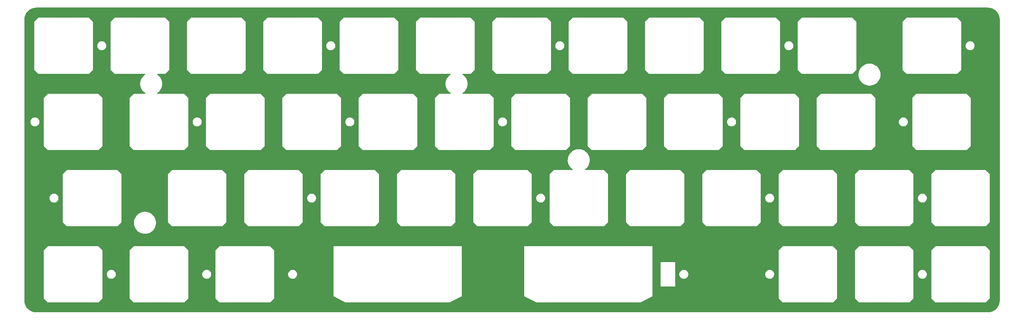
<source format=gbr>
%TF.GenerationSoftware,KiCad,Pcbnew,8.0.5*%
%TF.CreationDate,2024-11-10T15:14:37+01:00*%
%TF.ProjectId,plate tray split,706c6174-6520-4747-9261-792073706c69,rev?*%
%TF.SameCoordinates,Original*%
%TF.FileFunction,Copper,L1,Top*%
%TF.FilePolarity,Positive*%
%FSLAX46Y46*%
G04 Gerber Fmt 4.6, Leading zero omitted, Abs format (unit mm)*
G04 Created by KiCad (PCBNEW 8.0.5) date 2024-11-10 15:14:37*
%MOMM*%
%LPD*%
G01*
G04 APERTURE LIST*
G04 APERTURE END LIST*
%TA.AperFunction,Conductor*%
%TO.N,GND*%
G36*
X263156897Y-21431762D02*
G01*
X263318309Y-21434031D01*
X263330434Y-21434798D01*
X263652045Y-21471039D01*
X263665728Y-21473363D01*
X263980427Y-21545195D01*
X263993762Y-21549037D01*
X264298426Y-21655646D01*
X264311249Y-21660958D01*
X264602059Y-21801007D01*
X264614228Y-21807733D01*
X264792780Y-21919924D01*
X264887490Y-21979435D01*
X264887518Y-21979452D01*
X264898859Y-21987499D01*
X265151203Y-22188738D01*
X265161571Y-22198004D01*
X265389791Y-22426224D01*
X265399057Y-22436592D01*
X265600297Y-22688937D01*
X265608343Y-22700277D01*
X265780062Y-22973563D01*
X265786789Y-22985733D01*
X265926834Y-23276533D01*
X265932155Y-23289380D01*
X266038756Y-23594020D01*
X266042606Y-23607382D01*
X266114432Y-23922053D01*
X266116761Y-23935762D01*
X266153000Y-24257350D01*
X266153768Y-24269495D01*
X266156033Y-24430895D01*
X266156045Y-24432635D01*
X266156045Y-94630772D01*
X266156033Y-94632507D01*
X266153774Y-94793901D01*
X266153006Y-94806051D01*
X266116767Y-95127639D01*
X266114438Y-95141348D01*
X266042612Y-95456020D01*
X266038762Y-95469382D01*
X265932159Y-95774025D01*
X265926838Y-95786872D01*
X265786794Y-96077670D01*
X265780067Y-96089840D01*
X265608349Y-96363124D01*
X265600303Y-96374464D01*
X265399062Y-96626811D01*
X265389796Y-96637179D01*
X265161575Y-96865400D01*
X265151207Y-96874666D01*
X264898862Y-97075905D01*
X264887521Y-97083952D01*
X264614231Y-97255672D01*
X264602061Y-97262398D01*
X264311265Y-97402440D01*
X264298419Y-97407761D01*
X263993776Y-97514364D01*
X263980414Y-97518214D01*
X263665742Y-97590039D01*
X263652033Y-97592368D01*
X263330444Y-97628606D01*
X263318299Y-97629374D01*
X263156899Y-97631639D01*
X263155159Y-97631651D01*
X25769635Y-97631651D01*
X25767896Y-97631639D01*
X25762082Y-97631557D01*
X25606491Y-97629373D01*
X25594348Y-97628605D01*
X25272758Y-97592370D01*
X25259050Y-97590041D01*
X24944384Y-97518221D01*
X24931021Y-97514372D01*
X24626364Y-97407768D01*
X24613517Y-97402446D01*
X24322725Y-97262408D01*
X24310555Y-97255682D01*
X24037265Y-97083963D01*
X24025924Y-97075916D01*
X23773578Y-96874676D01*
X23763210Y-96865410D01*
X23534989Y-96637189D01*
X23525723Y-96626821D01*
X23324483Y-96374475D01*
X23316436Y-96363134D01*
X23144717Y-96089844D01*
X23137991Y-96077674D01*
X22997953Y-95786882D01*
X22992631Y-95774035D01*
X22886028Y-95469382D01*
X22886025Y-95469374D01*
X22882178Y-95456015D01*
X22810358Y-95141349D01*
X22808029Y-95127641D01*
X22805619Y-95106249D01*
X22771793Y-94806040D01*
X22771026Y-94793919D01*
X22768764Y-94632505D01*
X22768752Y-94630767D01*
X22768752Y-82106249D01*
X27625000Y-82106249D01*
X27625000Y-82106250D01*
X27625000Y-94106250D01*
X28625000Y-95106250D01*
X41225000Y-95106250D01*
X42225000Y-94106250D01*
X42225000Y-88106250D01*
X43324915Y-88106250D01*
X43345247Y-88319174D01*
X43405507Y-88524402D01*
X43455716Y-88621794D01*
X43503520Y-88714521D01*
X43635735Y-88882645D01*
X43635743Y-88882653D01*
X43797387Y-89022717D01*
X43982619Y-89129661D01*
X43982620Y-89129661D01*
X43982623Y-89129663D01*
X44184751Y-89199621D01*
X44396466Y-89230061D01*
X44610116Y-89219883D01*
X44817979Y-89169456D01*
X45012543Y-89080602D01*
X45186774Y-88956533D01*
X45334377Y-88801731D01*
X45450015Y-88621794D01*
X45529511Y-88423223D01*
X45569991Y-88213196D01*
X45572532Y-88106250D01*
X45569991Y-87999304D01*
X45529511Y-87789277D01*
X45450015Y-87590706D01*
X45334377Y-87410769D01*
X45186774Y-87255967D01*
X45012543Y-87131898D01*
X45012541Y-87131897D01*
X45012542Y-87131897D01*
X44905116Y-87082838D01*
X44817979Y-87043044D01*
X44610116Y-86992617D01*
X44396466Y-86982439D01*
X44396465Y-86982439D01*
X44396464Y-86982439D01*
X44396463Y-86982439D01*
X44184749Y-87012879D01*
X43982619Y-87082838D01*
X43797388Y-87189782D01*
X43797387Y-87189782D01*
X43635743Y-87329846D01*
X43635735Y-87329854D01*
X43503520Y-87497978D01*
X43455716Y-87590706D01*
X43405507Y-87688098D01*
X43345247Y-87893326D01*
X43324915Y-88106250D01*
X42225000Y-88106250D01*
X42225000Y-82106250D01*
X42224999Y-82106249D01*
X49056250Y-82106249D01*
X49056250Y-82106250D01*
X49056250Y-94106250D01*
X50056250Y-95106250D01*
X62656250Y-95106250D01*
X63656250Y-94106250D01*
X63656250Y-88106250D01*
X67137415Y-88106250D01*
X67157747Y-88319174D01*
X67218007Y-88524402D01*
X67268216Y-88621794D01*
X67316020Y-88714521D01*
X67448235Y-88882645D01*
X67448243Y-88882653D01*
X67609887Y-89022717D01*
X67795119Y-89129661D01*
X67795120Y-89129661D01*
X67795123Y-89129663D01*
X67997251Y-89199621D01*
X68208966Y-89230061D01*
X68422616Y-89219883D01*
X68630479Y-89169456D01*
X68825043Y-89080602D01*
X68999274Y-88956533D01*
X69146877Y-88801731D01*
X69262515Y-88621794D01*
X69342011Y-88423223D01*
X69382491Y-88213196D01*
X69385032Y-88106250D01*
X69382491Y-87999304D01*
X69342011Y-87789277D01*
X69262515Y-87590706D01*
X69146877Y-87410769D01*
X68999274Y-87255967D01*
X68825043Y-87131898D01*
X68825041Y-87131897D01*
X68825042Y-87131897D01*
X68717616Y-87082838D01*
X68630479Y-87043044D01*
X68422616Y-86992617D01*
X68208966Y-86982439D01*
X68208965Y-86982439D01*
X68208964Y-86982439D01*
X68208963Y-86982439D01*
X67997249Y-87012879D01*
X67795119Y-87082838D01*
X67609888Y-87189782D01*
X67609887Y-87189782D01*
X67448243Y-87329846D01*
X67448235Y-87329854D01*
X67316020Y-87497978D01*
X67268216Y-87590706D01*
X67218007Y-87688098D01*
X67157747Y-87893326D01*
X67137415Y-88106250D01*
X63656250Y-88106250D01*
X63656250Y-82106250D01*
X63656249Y-82106249D01*
X70487500Y-82106249D01*
X70487500Y-82106250D01*
X70487500Y-94106250D01*
X71487500Y-95106250D01*
X84087500Y-95106250D01*
X85087500Y-94106250D01*
X85087500Y-88106250D01*
X88568665Y-88106250D01*
X88588997Y-88319174D01*
X88649257Y-88524402D01*
X88699466Y-88621794D01*
X88747270Y-88714521D01*
X88879485Y-88882645D01*
X88879493Y-88882653D01*
X89041137Y-89022717D01*
X89226369Y-89129661D01*
X89226370Y-89129661D01*
X89226373Y-89129663D01*
X89428501Y-89199621D01*
X89640216Y-89230061D01*
X89853866Y-89219883D01*
X90061729Y-89169456D01*
X90256293Y-89080602D01*
X90430524Y-88956533D01*
X90578127Y-88801731D01*
X90693765Y-88621794D01*
X90773261Y-88423223D01*
X90813741Y-88213196D01*
X90816282Y-88106250D01*
X99887500Y-88106250D01*
X99887500Y-93606250D01*
X99887501Y-93606251D01*
X102887499Y-95106250D01*
X128887500Y-95106250D01*
X128887501Y-95106250D01*
X131887498Y-93606251D01*
X131887500Y-93606250D01*
X131887500Y-88106250D01*
X147512500Y-88106250D01*
X147512500Y-93606250D01*
X147512501Y-93606251D01*
X150512499Y-95106250D01*
X176512500Y-95106250D01*
X176512501Y-95106250D01*
X179512498Y-93606251D01*
X179512500Y-93606250D01*
X179512500Y-91151781D01*
X181559133Y-91151781D01*
X185202687Y-91151781D01*
X185202687Y-88106250D01*
X186199915Y-88106250D01*
X186220247Y-88319174D01*
X186280507Y-88524402D01*
X186330716Y-88621794D01*
X186378520Y-88714521D01*
X186510735Y-88882645D01*
X186510743Y-88882653D01*
X186672387Y-89022717D01*
X186857619Y-89129661D01*
X186857620Y-89129661D01*
X186857623Y-89129663D01*
X187059751Y-89199621D01*
X187271466Y-89230061D01*
X187485116Y-89219883D01*
X187692979Y-89169456D01*
X187887543Y-89080602D01*
X188061774Y-88956533D01*
X188209377Y-88801731D01*
X188325015Y-88621794D01*
X188404511Y-88423223D01*
X188444991Y-88213196D01*
X188447532Y-88106250D01*
X207631165Y-88106250D01*
X207651497Y-88319174D01*
X207711757Y-88524402D01*
X207761966Y-88621794D01*
X207809770Y-88714521D01*
X207941985Y-88882645D01*
X207941993Y-88882653D01*
X208103637Y-89022717D01*
X208288869Y-89129661D01*
X208288870Y-89129661D01*
X208288873Y-89129663D01*
X208491001Y-89199621D01*
X208702716Y-89230061D01*
X208916366Y-89219883D01*
X209124229Y-89169456D01*
X209318793Y-89080602D01*
X209493024Y-88956533D01*
X209640627Y-88801731D01*
X209756265Y-88621794D01*
X209835761Y-88423223D01*
X209876241Y-88213196D01*
X209878782Y-88106250D01*
X209876241Y-87999304D01*
X209835761Y-87789277D01*
X209756265Y-87590706D01*
X209640627Y-87410769D01*
X209493024Y-87255967D01*
X209318793Y-87131898D01*
X209318791Y-87131897D01*
X209318792Y-87131897D01*
X209211366Y-87082838D01*
X209124229Y-87043044D01*
X208916366Y-86992617D01*
X208702716Y-86982439D01*
X208702715Y-86982439D01*
X208702714Y-86982439D01*
X208702713Y-86982439D01*
X208490999Y-87012879D01*
X208288869Y-87082838D01*
X208103638Y-87189782D01*
X208103637Y-87189782D01*
X207941993Y-87329846D01*
X207941985Y-87329854D01*
X207809770Y-87497978D01*
X207761966Y-87590706D01*
X207711757Y-87688098D01*
X207651497Y-87893326D01*
X207631165Y-88106250D01*
X188447532Y-88106250D01*
X188444991Y-87999304D01*
X188404511Y-87789277D01*
X188325015Y-87590706D01*
X188209377Y-87410769D01*
X188061774Y-87255967D01*
X187887543Y-87131898D01*
X187887541Y-87131897D01*
X187887542Y-87131897D01*
X187780116Y-87082838D01*
X187692979Y-87043044D01*
X187485116Y-86992617D01*
X187271466Y-86982439D01*
X187271465Y-86982439D01*
X187271464Y-86982439D01*
X187271463Y-86982439D01*
X187059749Y-87012879D01*
X186857619Y-87082838D01*
X186672388Y-87189782D01*
X186672387Y-87189782D01*
X186510743Y-87329846D01*
X186510735Y-87329854D01*
X186378520Y-87497978D01*
X186330716Y-87590706D01*
X186280507Y-87688098D01*
X186220247Y-87893326D01*
X186199915Y-88106250D01*
X185202687Y-88106250D01*
X185202687Y-85023727D01*
X181559133Y-85023727D01*
X181559133Y-91151781D01*
X179512500Y-91151781D01*
X179512500Y-88106250D01*
X179512500Y-82106249D01*
X210981250Y-82106249D01*
X210981250Y-82106250D01*
X210981250Y-94106250D01*
X211981250Y-95106250D01*
X224581250Y-95106250D01*
X225581250Y-94106250D01*
X225581250Y-82106250D01*
X225581249Y-82106249D01*
X230031250Y-82106249D01*
X230031250Y-82106250D01*
X230031250Y-94106250D01*
X231031250Y-95106250D01*
X243631250Y-95106250D01*
X244631250Y-94106250D01*
X244631250Y-88106250D01*
X245731165Y-88106250D01*
X245751497Y-88319174D01*
X245811757Y-88524402D01*
X245861966Y-88621794D01*
X245909770Y-88714521D01*
X246041985Y-88882645D01*
X246041993Y-88882653D01*
X246203637Y-89022717D01*
X246388869Y-89129661D01*
X246388870Y-89129661D01*
X246388873Y-89129663D01*
X246591001Y-89199621D01*
X246802716Y-89230061D01*
X247016366Y-89219883D01*
X247224229Y-89169456D01*
X247418793Y-89080602D01*
X247593024Y-88956533D01*
X247740627Y-88801731D01*
X247856265Y-88621794D01*
X247935761Y-88423223D01*
X247976241Y-88213196D01*
X247978782Y-88106250D01*
X247976241Y-87999304D01*
X247935761Y-87789277D01*
X247856265Y-87590706D01*
X247740627Y-87410769D01*
X247593024Y-87255967D01*
X247418793Y-87131898D01*
X247418791Y-87131897D01*
X247418792Y-87131897D01*
X247311366Y-87082838D01*
X247224229Y-87043044D01*
X247016366Y-86992617D01*
X246802716Y-86982439D01*
X246802715Y-86982439D01*
X246802714Y-86982439D01*
X246802713Y-86982439D01*
X246590999Y-87012879D01*
X246388869Y-87082838D01*
X246203638Y-87189782D01*
X246203637Y-87189782D01*
X246041993Y-87329846D01*
X246041985Y-87329854D01*
X245909770Y-87497978D01*
X245861966Y-87590706D01*
X245811757Y-87688098D01*
X245751497Y-87893326D01*
X245731165Y-88106250D01*
X244631250Y-88106250D01*
X244631250Y-82106250D01*
X244631249Y-82106249D01*
X249081250Y-82106249D01*
X249081250Y-82106250D01*
X249081250Y-94106250D01*
X250081250Y-95106250D01*
X262681250Y-95106250D01*
X263681250Y-94106250D01*
X263681250Y-82106250D01*
X262681250Y-81106250D01*
X250081249Y-81106250D01*
X249081250Y-82106249D01*
X244631249Y-82106249D01*
X243631250Y-81106250D01*
X231031249Y-81106250D01*
X230031250Y-82106249D01*
X225581249Y-82106249D01*
X224581250Y-81106250D01*
X211981249Y-81106250D01*
X210981250Y-82106249D01*
X179512500Y-82106249D01*
X179512500Y-81106250D01*
X147512500Y-81106250D01*
X147512500Y-88106250D01*
X131887500Y-88106250D01*
X131887500Y-81106250D01*
X99887500Y-81106250D01*
X99887500Y-88106250D01*
X90816282Y-88106250D01*
X90813741Y-87999304D01*
X90773261Y-87789277D01*
X90693765Y-87590706D01*
X90578127Y-87410769D01*
X90430524Y-87255967D01*
X90256293Y-87131898D01*
X90256291Y-87131897D01*
X90256292Y-87131897D01*
X90148866Y-87082838D01*
X90061729Y-87043044D01*
X89853866Y-86992617D01*
X89640216Y-86982439D01*
X89640215Y-86982439D01*
X89640214Y-86982439D01*
X89640213Y-86982439D01*
X89428499Y-87012879D01*
X89226369Y-87082838D01*
X89041138Y-87189782D01*
X89041137Y-87189782D01*
X88879493Y-87329846D01*
X88879485Y-87329854D01*
X88747270Y-87497978D01*
X88699466Y-87590706D01*
X88649257Y-87688098D01*
X88588997Y-87893326D01*
X88568665Y-88106250D01*
X85087500Y-88106250D01*
X85087500Y-82106250D01*
X84087500Y-81106250D01*
X71487499Y-81106250D01*
X70487500Y-82106249D01*
X63656249Y-82106249D01*
X62656250Y-81106250D01*
X50056249Y-81106250D01*
X49056250Y-82106249D01*
X42224999Y-82106249D01*
X41225000Y-81106250D01*
X28624999Y-81106250D01*
X27625000Y-82106249D01*
X22768752Y-82106249D01*
X22768752Y-69056250D01*
X29037415Y-69056250D01*
X29057747Y-69269174D01*
X29118007Y-69474402D01*
X29168216Y-69571794D01*
X29216020Y-69664521D01*
X29348235Y-69832645D01*
X29348243Y-69832653D01*
X29509887Y-69972717D01*
X29695119Y-70079661D01*
X29695120Y-70079661D01*
X29695123Y-70079663D01*
X29897251Y-70149621D01*
X30108966Y-70180061D01*
X30322616Y-70169883D01*
X30530479Y-70119456D01*
X30725043Y-70030602D01*
X30899274Y-69906533D01*
X31046877Y-69751731D01*
X31162515Y-69571794D01*
X31242011Y-69373223D01*
X31282491Y-69163196D01*
X31285032Y-69056250D01*
X31282491Y-68949304D01*
X31242011Y-68739277D01*
X31162515Y-68540706D01*
X31046877Y-68360769D01*
X30899274Y-68205967D01*
X30725043Y-68081898D01*
X30725041Y-68081897D01*
X30725042Y-68081897D01*
X30617616Y-68032838D01*
X30530479Y-67993044D01*
X30322616Y-67942617D01*
X30108966Y-67932439D01*
X30108965Y-67932439D01*
X30108964Y-67932439D01*
X30108963Y-67932439D01*
X29897249Y-67962879D01*
X29695119Y-68032838D01*
X29509888Y-68139782D01*
X29509887Y-68139782D01*
X29348243Y-68279846D01*
X29348235Y-68279854D01*
X29216020Y-68447978D01*
X29168216Y-68540706D01*
X29118007Y-68638098D01*
X29057747Y-68843326D01*
X29037415Y-69056250D01*
X22768752Y-69056250D01*
X22768752Y-63056249D01*
X32387500Y-63056249D01*
X32387500Y-63056250D01*
X32387500Y-75056250D01*
X33387500Y-76056250D01*
X45987500Y-76056250D01*
X46978292Y-75065458D01*
X50121261Y-75065458D01*
X50121261Y-75397844D01*
X50161325Y-75727805D01*
X50221849Y-75973362D01*
X50240871Y-76050537D01*
X50358737Y-76361322D01*
X50460185Y-76554613D01*
X50513203Y-76655630D01*
X50513206Y-76655634D01*
X50513207Y-76655636D01*
X50702016Y-76929175D01*
X50702021Y-76929181D01*
X50922429Y-77177971D01*
X50922431Y-77177973D01*
X51171221Y-77398381D01*
X51171227Y-77398386D01*
X51386339Y-77546866D01*
X51444773Y-77587200D01*
X51629331Y-77684063D01*
X51739080Y-77741665D01*
X52049865Y-77859531D01*
X52049867Y-77859531D01*
X52049871Y-77859533D01*
X52372598Y-77939078D01*
X52627769Y-77970060D01*
X52702556Y-77979142D01*
X53034945Y-77979142D01*
X53034948Y-77979142D01*
X53104481Y-77970698D01*
X53364906Y-77939078D01*
X53687633Y-77859533D01*
X53998419Y-77741667D01*
X54292731Y-77587200D01*
X54566279Y-77398384D01*
X54815073Y-77177972D01*
X55035485Y-76929178D01*
X55224301Y-76655630D01*
X55378768Y-76361318D01*
X55496634Y-76050532D01*
X55576179Y-75727805D01*
X55616243Y-75397844D01*
X55618752Y-75231651D01*
X55616243Y-75065458D01*
X55576179Y-74735497D01*
X55496634Y-74412770D01*
X55378768Y-74101984D01*
X55378767Y-74101983D01*
X55378766Y-74101979D01*
X55321164Y-73992230D01*
X55224301Y-73807672D01*
X55183967Y-73749238D01*
X55035487Y-73534126D01*
X55035482Y-73534120D01*
X54815074Y-73285330D01*
X54815072Y-73285328D01*
X54566282Y-73064920D01*
X54566276Y-73064915D01*
X54292737Y-72876106D01*
X54292735Y-72876105D01*
X54292731Y-72876102D01*
X54191714Y-72823084D01*
X53998423Y-72721636D01*
X53687638Y-72603770D01*
X53610463Y-72584748D01*
X53364906Y-72524224D01*
X53199925Y-72504192D01*
X53034948Y-72484160D01*
X53034945Y-72484160D01*
X52702559Y-72484160D01*
X52702556Y-72484160D01*
X52504582Y-72508198D01*
X52372598Y-72524224D01*
X52208893Y-72564573D01*
X52049865Y-72603770D01*
X51739080Y-72721636D01*
X51444775Y-72876101D01*
X51444766Y-72876106D01*
X51171227Y-73064915D01*
X51171221Y-73064920D01*
X50922431Y-73285328D01*
X50922429Y-73285330D01*
X50702021Y-73534120D01*
X50702016Y-73534126D01*
X50513207Y-73807665D01*
X50513202Y-73807674D01*
X50358737Y-74101979D01*
X50240871Y-74412764D01*
X50240870Y-74412770D01*
X50161325Y-74735497D01*
X50121261Y-75065458D01*
X46978292Y-75065458D01*
X46987500Y-75056250D01*
X46987500Y-63056250D01*
X46987499Y-63056249D01*
X58581250Y-63056249D01*
X58581250Y-63056250D01*
X58581250Y-75056250D01*
X59581250Y-76056250D01*
X72181250Y-76056250D01*
X73181250Y-75056250D01*
X73181250Y-63056250D01*
X73181249Y-63056249D01*
X77631250Y-63056249D01*
X77631250Y-63056250D01*
X77631250Y-75056250D01*
X78631250Y-76056250D01*
X91231250Y-76056250D01*
X92231250Y-75056250D01*
X92231250Y-69056250D01*
X93331165Y-69056250D01*
X93351497Y-69269174D01*
X93411757Y-69474402D01*
X93461966Y-69571794D01*
X93509770Y-69664521D01*
X93641985Y-69832645D01*
X93641993Y-69832653D01*
X93803637Y-69972717D01*
X93988869Y-70079661D01*
X93988870Y-70079661D01*
X93988873Y-70079663D01*
X94191001Y-70149621D01*
X94402716Y-70180061D01*
X94616366Y-70169883D01*
X94824229Y-70119456D01*
X95018793Y-70030602D01*
X95193024Y-69906533D01*
X95340627Y-69751731D01*
X95456265Y-69571794D01*
X95535761Y-69373223D01*
X95576241Y-69163196D01*
X95578782Y-69056250D01*
X95576241Y-68949304D01*
X95535761Y-68739277D01*
X95456265Y-68540706D01*
X95340627Y-68360769D01*
X95193024Y-68205967D01*
X95018793Y-68081898D01*
X95018791Y-68081897D01*
X95018792Y-68081897D01*
X94911366Y-68032838D01*
X94824229Y-67993044D01*
X94616366Y-67942617D01*
X94402716Y-67932439D01*
X94402715Y-67932439D01*
X94402714Y-67932439D01*
X94402713Y-67932439D01*
X94190999Y-67962879D01*
X93988869Y-68032838D01*
X93803638Y-68139782D01*
X93803637Y-68139782D01*
X93641993Y-68279846D01*
X93641985Y-68279854D01*
X93509770Y-68447978D01*
X93461966Y-68540706D01*
X93411757Y-68638098D01*
X93351497Y-68843326D01*
X93331165Y-69056250D01*
X92231250Y-69056250D01*
X92231250Y-63056250D01*
X92231249Y-63056249D01*
X96681250Y-63056249D01*
X96681250Y-63056250D01*
X96681250Y-75056250D01*
X97681250Y-76056250D01*
X110281250Y-76056250D01*
X111281250Y-75056250D01*
X111281250Y-63056250D01*
X111281249Y-63056249D01*
X115731250Y-63056249D01*
X115731250Y-63056250D01*
X115731250Y-75056250D01*
X116731250Y-76056250D01*
X129331250Y-76056250D01*
X130331250Y-75056250D01*
X130331250Y-63056250D01*
X130331249Y-63056249D01*
X134781250Y-63056249D01*
X134781250Y-63056250D01*
X134781250Y-75056250D01*
X135781250Y-76056250D01*
X148381250Y-76056250D01*
X149381250Y-75056250D01*
X149381250Y-69056250D01*
X150481165Y-69056250D01*
X150501497Y-69269174D01*
X150561757Y-69474402D01*
X150611966Y-69571794D01*
X150659770Y-69664521D01*
X150791985Y-69832645D01*
X150791993Y-69832653D01*
X150953637Y-69972717D01*
X151138869Y-70079661D01*
X151138870Y-70079661D01*
X151138873Y-70079663D01*
X151341001Y-70149621D01*
X151552716Y-70180061D01*
X151766366Y-70169883D01*
X151974229Y-70119456D01*
X152168793Y-70030602D01*
X152343024Y-69906533D01*
X152490627Y-69751731D01*
X152606265Y-69571794D01*
X152685761Y-69373223D01*
X152726241Y-69163196D01*
X152728782Y-69056250D01*
X152726241Y-68949304D01*
X152685761Y-68739277D01*
X152606265Y-68540706D01*
X152490627Y-68360769D01*
X152343024Y-68205967D01*
X152168793Y-68081898D01*
X152168791Y-68081897D01*
X152168792Y-68081897D01*
X152061366Y-68032838D01*
X151974229Y-67993044D01*
X151766366Y-67942617D01*
X151552716Y-67932439D01*
X151552715Y-67932439D01*
X151552714Y-67932439D01*
X151552713Y-67932439D01*
X151340999Y-67962879D01*
X151138869Y-68032838D01*
X150953638Y-68139782D01*
X150953637Y-68139782D01*
X150791993Y-68279846D01*
X150791985Y-68279854D01*
X150659770Y-68447978D01*
X150611966Y-68540706D01*
X150561757Y-68638098D01*
X150501497Y-68843326D01*
X150481165Y-69056250D01*
X149381250Y-69056250D01*
X149381250Y-63056250D01*
X149381249Y-63056249D01*
X153831250Y-63056249D01*
X153831250Y-63056250D01*
X153831250Y-75056250D01*
X154831250Y-76056250D01*
X167431250Y-76056250D01*
X168431250Y-75056250D01*
X168431250Y-63056250D01*
X168431249Y-63056249D01*
X172881250Y-63056249D01*
X172881250Y-63056250D01*
X172881250Y-75056250D01*
X173881250Y-76056250D01*
X186481250Y-76056250D01*
X187481250Y-75056250D01*
X187481250Y-63056250D01*
X187481249Y-63056249D01*
X191931250Y-63056249D01*
X191931250Y-63056250D01*
X191931250Y-75056250D01*
X192931250Y-76056250D01*
X205531250Y-76056250D01*
X206531250Y-75056250D01*
X206531250Y-69056250D01*
X207631165Y-69056250D01*
X207651497Y-69269174D01*
X207711757Y-69474402D01*
X207761966Y-69571794D01*
X207809770Y-69664521D01*
X207941985Y-69832645D01*
X207941993Y-69832653D01*
X208103637Y-69972717D01*
X208288869Y-70079661D01*
X208288870Y-70079661D01*
X208288873Y-70079663D01*
X208491001Y-70149621D01*
X208702716Y-70180061D01*
X208916366Y-70169883D01*
X209124229Y-70119456D01*
X209318793Y-70030602D01*
X209493024Y-69906533D01*
X209640627Y-69751731D01*
X209756265Y-69571794D01*
X209835761Y-69373223D01*
X209876241Y-69163196D01*
X209878782Y-69056250D01*
X209876241Y-68949304D01*
X209835761Y-68739277D01*
X209756265Y-68540706D01*
X209640627Y-68360769D01*
X209493024Y-68205967D01*
X209318793Y-68081898D01*
X209318791Y-68081897D01*
X209318792Y-68081897D01*
X209211366Y-68032838D01*
X209124229Y-67993044D01*
X208916366Y-67942617D01*
X208702716Y-67932439D01*
X208702715Y-67932439D01*
X208702714Y-67932439D01*
X208702713Y-67932439D01*
X208490999Y-67962879D01*
X208288869Y-68032838D01*
X208103638Y-68139782D01*
X208103637Y-68139782D01*
X207941993Y-68279846D01*
X207941985Y-68279854D01*
X207809770Y-68447978D01*
X207761966Y-68540706D01*
X207711757Y-68638098D01*
X207651497Y-68843326D01*
X207631165Y-69056250D01*
X206531250Y-69056250D01*
X206531250Y-63056250D01*
X206531249Y-63056249D01*
X210981250Y-63056249D01*
X210981250Y-63056250D01*
X210981250Y-75056250D01*
X211981250Y-76056250D01*
X224581250Y-76056250D01*
X225581250Y-75056250D01*
X225581250Y-63056250D01*
X225581249Y-63056249D01*
X230031250Y-63056249D01*
X230031250Y-63056250D01*
X230031250Y-75056250D01*
X231031250Y-76056250D01*
X243631250Y-76056250D01*
X244631250Y-75056250D01*
X244631250Y-69056250D01*
X245731165Y-69056250D01*
X245751497Y-69269174D01*
X245811757Y-69474402D01*
X245861966Y-69571794D01*
X245909770Y-69664521D01*
X246041985Y-69832645D01*
X246041993Y-69832653D01*
X246203637Y-69972717D01*
X246388869Y-70079661D01*
X246388870Y-70079661D01*
X246388873Y-70079663D01*
X246591001Y-70149621D01*
X246802716Y-70180061D01*
X247016366Y-70169883D01*
X247224229Y-70119456D01*
X247418793Y-70030602D01*
X247593024Y-69906533D01*
X247740627Y-69751731D01*
X247856265Y-69571794D01*
X247935761Y-69373223D01*
X247976241Y-69163196D01*
X247978782Y-69056250D01*
X247976241Y-68949304D01*
X247935761Y-68739277D01*
X247856265Y-68540706D01*
X247740627Y-68360769D01*
X247593024Y-68205967D01*
X247418793Y-68081898D01*
X247418791Y-68081897D01*
X247418792Y-68081897D01*
X247311366Y-68032838D01*
X247224229Y-67993044D01*
X247016366Y-67942617D01*
X246802716Y-67932439D01*
X246802715Y-67932439D01*
X246802714Y-67932439D01*
X246802713Y-67932439D01*
X246590999Y-67962879D01*
X246388869Y-68032838D01*
X246203638Y-68139782D01*
X246203637Y-68139782D01*
X246041993Y-68279846D01*
X246041985Y-68279854D01*
X245909770Y-68447978D01*
X245861966Y-68540706D01*
X245811757Y-68638098D01*
X245751497Y-68843326D01*
X245731165Y-69056250D01*
X244631250Y-69056250D01*
X244631250Y-63056250D01*
X244631249Y-63056249D01*
X249081250Y-63056249D01*
X249081250Y-63056250D01*
X249081250Y-75056250D01*
X250081250Y-76056250D01*
X262681250Y-76056250D01*
X263681250Y-75056250D01*
X263681250Y-63056250D01*
X262681250Y-62056250D01*
X250081249Y-62056250D01*
X249081250Y-63056249D01*
X244631249Y-63056249D01*
X243631250Y-62056250D01*
X231031249Y-62056250D01*
X230031250Y-63056249D01*
X225581249Y-63056249D01*
X224581250Y-62056250D01*
X211981249Y-62056250D01*
X210981250Y-63056249D01*
X206531249Y-63056249D01*
X205531250Y-62056250D01*
X192931249Y-62056250D01*
X191931250Y-63056249D01*
X187481249Y-63056249D01*
X186481250Y-62056250D01*
X173881249Y-62056250D01*
X172881250Y-63056249D01*
X168431249Y-63056249D01*
X167431250Y-62056250D01*
X162760105Y-62056250D01*
X162693066Y-62036565D01*
X162647311Y-61983761D01*
X162637367Y-61914603D01*
X162666392Y-61851047D01*
X162693086Y-61827921D01*
X162729421Y-61804580D01*
X162982966Y-61595078D01*
X163209711Y-61356831D01*
X163209712Y-61356829D01*
X163209713Y-61356829D01*
X163406422Y-61093236D01*
X163406421Y-61093236D01*
X163570285Y-60808064D01*
X163698965Y-60505381D01*
X163790622Y-60189510D01*
X163843949Y-59864961D01*
X163858184Y-59536368D01*
X163833124Y-59208424D01*
X163769126Y-58885810D01*
X163667104Y-58573132D01*
X163528516Y-58274856D01*
X163355338Y-57995239D01*
X163150046Y-57738275D01*
X162915569Y-57507633D01*
X162915567Y-57507631D01*
X162655262Y-57306609D01*
X162655249Y-57306600D01*
X162372823Y-57138062D01*
X162372807Y-57138054D01*
X162072304Y-57004409D01*
X161757990Y-56907556D01*
X161757975Y-56907553D01*
X161434371Y-56848886D01*
X161434346Y-56848883D01*
X161106053Y-56829235D01*
X161106037Y-56829235D01*
X160777743Y-56848883D01*
X160777718Y-56848886D01*
X160454114Y-56907553D01*
X160454099Y-56907556D01*
X160139785Y-57004409D01*
X159839282Y-57138054D01*
X159839266Y-57138062D01*
X159556840Y-57306600D01*
X159556827Y-57306609D01*
X159296522Y-57507631D01*
X159062048Y-57738270D01*
X159062041Y-57738277D01*
X158856750Y-57995241D01*
X158856749Y-57995242D01*
X158683578Y-58274849D01*
X158683569Y-58274865D01*
X158544987Y-58573127D01*
X158442965Y-58885807D01*
X158378966Y-59208423D01*
X158353906Y-59536368D01*
X158368141Y-59864961D01*
X158368142Y-59864968D01*
X158421467Y-60189507D01*
X158421468Y-60189510D01*
X158513125Y-60505381D01*
X158641805Y-60808064D01*
X158641808Y-60808070D01*
X158641809Y-60808072D01*
X158805666Y-61093233D01*
X158805667Y-61093236D01*
X159002377Y-61356829D01*
X159002379Y-61356831D01*
X159229124Y-61595078D01*
X159482669Y-61804580D01*
X159519004Y-61827921D01*
X159564769Y-61880716D01*
X159574726Y-61949872D01*
X159545714Y-62013434D01*
X159486944Y-62051220D01*
X159451985Y-62056250D01*
X154831249Y-62056250D01*
X153831250Y-63056249D01*
X149381249Y-63056249D01*
X148381250Y-62056250D01*
X135781249Y-62056250D01*
X134781250Y-63056249D01*
X130331249Y-63056249D01*
X129331250Y-62056250D01*
X116731249Y-62056250D01*
X115731250Y-63056249D01*
X111281249Y-63056249D01*
X110281250Y-62056250D01*
X97681249Y-62056250D01*
X96681250Y-63056249D01*
X92231249Y-63056249D01*
X91231250Y-62056250D01*
X78631249Y-62056250D01*
X77631250Y-63056249D01*
X73181249Y-63056249D01*
X72181250Y-62056250D01*
X59581249Y-62056250D01*
X58581250Y-63056249D01*
X46987499Y-63056249D01*
X45987500Y-62056250D01*
X33387499Y-62056250D01*
X32387500Y-63056249D01*
X22768752Y-63056249D01*
X22768752Y-50006250D01*
X24274915Y-50006250D01*
X24295247Y-50219174D01*
X24355507Y-50424402D01*
X24405716Y-50521794D01*
X24453520Y-50614521D01*
X24585735Y-50782645D01*
X24585743Y-50782653D01*
X24747387Y-50922717D01*
X24932619Y-51029661D01*
X24932620Y-51029661D01*
X24932623Y-51029663D01*
X25134751Y-51099621D01*
X25346466Y-51130061D01*
X25560116Y-51119883D01*
X25767979Y-51069456D01*
X25962543Y-50980602D01*
X26136774Y-50856533D01*
X26284377Y-50701731D01*
X26400015Y-50521794D01*
X26479511Y-50323223D01*
X26519991Y-50113196D01*
X26522532Y-50006250D01*
X26519991Y-49899304D01*
X26479511Y-49689277D01*
X26400015Y-49490706D01*
X26284377Y-49310769D01*
X26136774Y-49155967D01*
X25962543Y-49031898D01*
X25962541Y-49031897D01*
X25962542Y-49031897D01*
X25855116Y-48982838D01*
X25767979Y-48943044D01*
X25560116Y-48892617D01*
X25346466Y-48882439D01*
X25346465Y-48882439D01*
X25346464Y-48882439D01*
X25346463Y-48882439D01*
X25134749Y-48912879D01*
X24932619Y-48982838D01*
X24747388Y-49089782D01*
X24747387Y-49089782D01*
X24585743Y-49229846D01*
X24585735Y-49229854D01*
X24453520Y-49397978D01*
X24405716Y-49490706D01*
X24355507Y-49588098D01*
X24295247Y-49793326D01*
X24274915Y-50006250D01*
X22768752Y-50006250D01*
X22768752Y-44006249D01*
X27625000Y-44006249D01*
X27625000Y-44006250D01*
X27625000Y-56006250D01*
X28625000Y-57006250D01*
X41225000Y-57006250D01*
X42225000Y-56006250D01*
X42225000Y-44006250D01*
X41225000Y-43006250D01*
X28624999Y-43006250D01*
X27625000Y-44006249D01*
X22768752Y-44006249D01*
X22768752Y-24956249D01*
X25243750Y-24956249D01*
X25243750Y-24956250D01*
X25243750Y-36956250D01*
X26243750Y-37956250D01*
X38843750Y-37956250D01*
X39843750Y-36956250D01*
X39843750Y-30956250D01*
X40943665Y-30956250D01*
X40963997Y-31169174D01*
X41024257Y-31374402D01*
X41074466Y-31471794D01*
X41122270Y-31564521D01*
X41254485Y-31732645D01*
X41254493Y-31732653D01*
X41416137Y-31872717D01*
X41601369Y-31979661D01*
X41601370Y-31979661D01*
X41601373Y-31979663D01*
X41803501Y-32049621D01*
X42015216Y-32080061D01*
X42228866Y-32069883D01*
X42436729Y-32019456D01*
X42631293Y-31930602D01*
X42805524Y-31806533D01*
X42953127Y-31651731D01*
X43068765Y-31471794D01*
X43148261Y-31273223D01*
X43188741Y-31063196D01*
X43191282Y-30956250D01*
X43188741Y-30849304D01*
X43148261Y-30639277D01*
X43068765Y-30440706D01*
X42953127Y-30260769D01*
X42805524Y-30105967D01*
X42631293Y-29981898D01*
X42631291Y-29981897D01*
X42631292Y-29981897D01*
X42523866Y-29932838D01*
X42436729Y-29893044D01*
X42228866Y-29842617D01*
X42015216Y-29832439D01*
X42015215Y-29832439D01*
X42015214Y-29832439D01*
X42015213Y-29832439D01*
X41803499Y-29862879D01*
X41601369Y-29932838D01*
X41416138Y-30039782D01*
X41416137Y-30039782D01*
X41254493Y-30179846D01*
X41254485Y-30179854D01*
X41122270Y-30347978D01*
X41074466Y-30440706D01*
X41024257Y-30538098D01*
X40963997Y-30743326D01*
X40943665Y-30956250D01*
X39843750Y-30956250D01*
X39843750Y-24956250D01*
X39843749Y-24956249D01*
X44293750Y-24956249D01*
X44293750Y-24956250D01*
X44293750Y-36956250D01*
X45293750Y-37956250D01*
X52837212Y-37956250D01*
X52904251Y-37975935D01*
X52950006Y-38028739D01*
X52959950Y-38097897D01*
X52930925Y-38161453D01*
X52899826Y-38187280D01*
X52885990Y-38195373D01*
X52618162Y-38399743D01*
X52377299Y-38635308D01*
X52377289Y-38635320D01*
X52167022Y-38898527D01*
X52167022Y-38898528D01*
X51990474Y-39185469D01*
X51990468Y-39185480D01*
X51850303Y-39491827D01*
X51850298Y-39491840D01*
X51748605Y-39813023D01*
X51686911Y-40144220D01*
X51686910Y-40144222D01*
X51666139Y-40480487D01*
X51666139Y-40480491D01*
X51686602Y-40816768D01*
X51686602Y-40816769D01*
X51747992Y-41148025D01*
X51849392Y-41469308D01*
X51989284Y-41775800D01*
X51989285Y-41775803D01*
X52139226Y-42019999D01*
X52165566Y-42062898D01*
X52375602Y-42326313D01*
X52375604Y-42326315D01*
X52375605Y-42326316D01*
X52616240Y-42562092D01*
X52616249Y-42562100D01*
X52883888Y-42766715D01*
X52883889Y-42766716D01*
X52898495Y-42775279D01*
X52946372Y-42826166D01*
X52959137Y-42894860D01*
X52932737Y-42959550D01*
X52875554Y-42999698D01*
X52835780Y-43006250D01*
X50056249Y-43006250D01*
X49056250Y-44006249D01*
X49056250Y-44006250D01*
X49056250Y-56006250D01*
X50056250Y-57006250D01*
X62656250Y-57006250D01*
X63656250Y-56006250D01*
X63656250Y-50006250D01*
X64756165Y-50006250D01*
X64776497Y-50219174D01*
X64836757Y-50424402D01*
X64886966Y-50521794D01*
X64934770Y-50614521D01*
X65066985Y-50782645D01*
X65066993Y-50782653D01*
X65228637Y-50922717D01*
X65413869Y-51029661D01*
X65413870Y-51029661D01*
X65413873Y-51029663D01*
X65616001Y-51099621D01*
X65827716Y-51130061D01*
X66041366Y-51119883D01*
X66249229Y-51069456D01*
X66443793Y-50980602D01*
X66618024Y-50856533D01*
X66765627Y-50701731D01*
X66881265Y-50521794D01*
X66960761Y-50323223D01*
X67001241Y-50113196D01*
X67003782Y-50006250D01*
X67001241Y-49899304D01*
X66960761Y-49689277D01*
X66881265Y-49490706D01*
X66765627Y-49310769D01*
X66618024Y-49155967D01*
X66443793Y-49031898D01*
X66443791Y-49031897D01*
X66443792Y-49031897D01*
X66336366Y-48982838D01*
X66249229Y-48943044D01*
X66041366Y-48892617D01*
X65827716Y-48882439D01*
X65827715Y-48882439D01*
X65827714Y-48882439D01*
X65827713Y-48882439D01*
X65615999Y-48912879D01*
X65413869Y-48982838D01*
X65228638Y-49089782D01*
X65228637Y-49089782D01*
X65066993Y-49229846D01*
X65066985Y-49229854D01*
X64934770Y-49397978D01*
X64886966Y-49490706D01*
X64836757Y-49588098D01*
X64776497Y-49793326D01*
X64756165Y-50006250D01*
X63656250Y-50006250D01*
X63656250Y-44006250D01*
X63656249Y-44006249D01*
X68106250Y-44006249D01*
X68106250Y-44006250D01*
X68106250Y-56006250D01*
X69106250Y-57006250D01*
X81706250Y-57006250D01*
X82706250Y-56006250D01*
X82706250Y-44006250D01*
X82706249Y-44006249D01*
X87156250Y-44006249D01*
X87156250Y-44006250D01*
X87156250Y-56006250D01*
X88156250Y-57006250D01*
X100756250Y-57006250D01*
X101756250Y-56006250D01*
X101756250Y-50006250D01*
X102856165Y-50006250D01*
X102876497Y-50219174D01*
X102936757Y-50424402D01*
X102986966Y-50521794D01*
X103034770Y-50614521D01*
X103166985Y-50782645D01*
X103166993Y-50782653D01*
X103328637Y-50922717D01*
X103513869Y-51029661D01*
X103513870Y-51029661D01*
X103513873Y-51029663D01*
X103716001Y-51099621D01*
X103927716Y-51130061D01*
X104141366Y-51119883D01*
X104349229Y-51069456D01*
X104543793Y-50980602D01*
X104718024Y-50856533D01*
X104865627Y-50701731D01*
X104981265Y-50521794D01*
X105060761Y-50323223D01*
X105101241Y-50113196D01*
X105103782Y-50006250D01*
X105101241Y-49899304D01*
X105060761Y-49689277D01*
X104981265Y-49490706D01*
X104865627Y-49310769D01*
X104718024Y-49155967D01*
X104543793Y-49031898D01*
X104543791Y-49031897D01*
X104543792Y-49031897D01*
X104436366Y-48982838D01*
X104349229Y-48943044D01*
X104141366Y-48892617D01*
X103927716Y-48882439D01*
X103927715Y-48882439D01*
X103927714Y-48882439D01*
X103927713Y-48882439D01*
X103715999Y-48912879D01*
X103513869Y-48982838D01*
X103328638Y-49089782D01*
X103328637Y-49089782D01*
X103166993Y-49229846D01*
X103166985Y-49229854D01*
X103034770Y-49397978D01*
X102986966Y-49490706D01*
X102936757Y-49588098D01*
X102876497Y-49793326D01*
X102856165Y-50006250D01*
X101756250Y-50006250D01*
X101756250Y-44006250D01*
X101756249Y-44006249D01*
X106206250Y-44006249D01*
X106206250Y-44006250D01*
X106206250Y-56006250D01*
X107206250Y-57006250D01*
X119806250Y-57006250D01*
X120806250Y-56006250D01*
X120806250Y-44006250D01*
X119806250Y-43006250D01*
X107206249Y-43006250D01*
X106206250Y-44006249D01*
X101756249Y-44006249D01*
X100756250Y-43006250D01*
X88156249Y-43006250D01*
X87156250Y-44006249D01*
X82706249Y-44006249D01*
X81706250Y-43006250D01*
X69106249Y-43006250D01*
X68106250Y-44006249D01*
X63656249Y-44006249D01*
X62656250Y-43006250D01*
X56001726Y-43006250D01*
X55934687Y-42986565D01*
X55888932Y-42933761D01*
X55878988Y-42864603D01*
X55908013Y-42801047D01*
X55939011Y-42775279D01*
X55941813Y-42773635D01*
X55953615Y-42766717D01*
X56221259Y-42562097D01*
X56461902Y-42326313D01*
X56671938Y-42062897D01*
X56848221Y-41775796D01*
X56988110Y-41469309D01*
X57089510Y-41148028D01*
X57150901Y-40816767D01*
X57171364Y-40480487D01*
X57150592Y-40144225D01*
X57150591Y-40144222D01*
X57150591Y-40144218D01*
X57088898Y-39813025D01*
X57088897Y-39813024D01*
X57088897Y-39813020D01*
X56987203Y-39491833D01*
X56904657Y-39311421D01*
X56847035Y-39185481D01*
X56847029Y-39185470D01*
X56670488Y-38898538D01*
X56670480Y-38898528D01*
X56460208Y-38635312D01*
X56219349Y-38399749D01*
X56219348Y-38399747D01*
X55951515Y-38195374D01*
X55951510Y-38195371D01*
X55937679Y-38187279D01*
X55889755Y-38136435D01*
X55876926Y-38067753D01*
X55903267Y-38003039D01*
X55960413Y-37962839D01*
X56000295Y-37956250D01*
X57893750Y-37956250D01*
X58893750Y-36956250D01*
X58893750Y-24956250D01*
X58893749Y-24956249D01*
X63343750Y-24956249D01*
X63343750Y-24956250D01*
X63343750Y-36956250D01*
X64343750Y-37956250D01*
X76943750Y-37956250D01*
X77943750Y-36956250D01*
X77943750Y-24956250D01*
X77943749Y-24956249D01*
X82393750Y-24956249D01*
X82393750Y-24956250D01*
X82393750Y-36956250D01*
X83393750Y-37956250D01*
X95993750Y-37956250D01*
X96993750Y-36956250D01*
X96993750Y-30956250D01*
X98093665Y-30956250D01*
X98113997Y-31169174D01*
X98174257Y-31374402D01*
X98224466Y-31471794D01*
X98272270Y-31564521D01*
X98404485Y-31732645D01*
X98404493Y-31732653D01*
X98566137Y-31872717D01*
X98751369Y-31979661D01*
X98751370Y-31979661D01*
X98751373Y-31979663D01*
X98953501Y-32049621D01*
X99165216Y-32080061D01*
X99378866Y-32069883D01*
X99586729Y-32019456D01*
X99781293Y-31930602D01*
X99955524Y-31806533D01*
X100103127Y-31651731D01*
X100218765Y-31471794D01*
X100298261Y-31273223D01*
X100338741Y-31063196D01*
X100341282Y-30956250D01*
X100338741Y-30849304D01*
X100298261Y-30639277D01*
X100218765Y-30440706D01*
X100103127Y-30260769D01*
X99955524Y-30105967D01*
X99781293Y-29981898D01*
X99781291Y-29981897D01*
X99781292Y-29981897D01*
X99673866Y-29932838D01*
X99586729Y-29893044D01*
X99378866Y-29842617D01*
X99165216Y-29832439D01*
X99165215Y-29832439D01*
X99165214Y-29832439D01*
X99165213Y-29832439D01*
X98953499Y-29862879D01*
X98751369Y-29932838D01*
X98566138Y-30039782D01*
X98566137Y-30039782D01*
X98404493Y-30179846D01*
X98404485Y-30179854D01*
X98272270Y-30347978D01*
X98224466Y-30440706D01*
X98174257Y-30538098D01*
X98113997Y-30743326D01*
X98093665Y-30956250D01*
X96993750Y-30956250D01*
X96993750Y-24956250D01*
X96993749Y-24956249D01*
X101443750Y-24956249D01*
X101443750Y-24956250D01*
X101443750Y-36956250D01*
X102443750Y-37956250D01*
X115043750Y-37956250D01*
X116043750Y-36956250D01*
X116043750Y-24956250D01*
X116043749Y-24956249D01*
X120493750Y-24956249D01*
X120493750Y-24956250D01*
X120493750Y-36956250D01*
X121493750Y-37956250D01*
X129037212Y-37956250D01*
X129104251Y-37975935D01*
X129150006Y-38028739D01*
X129159950Y-38097897D01*
X129130925Y-38161453D01*
X129099826Y-38187280D01*
X129085990Y-38195373D01*
X128818162Y-38399743D01*
X128577299Y-38635308D01*
X128577289Y-38635320D01*
X128367022Y-38898527D01*
X128367022Y-38898528D01*
X128190474Y-39185469D01*
X128190468Y-39185480D01*
X128050303Y-39491827D01*
X128050298Y-39491840D01*
X127948605Y-39813023D01*
X127886911Y-40144220D01*
X127886910Y-40144222D01*
X127866139Y-40480487D01*
X127866139Y-40480491D01*
X127886602Y-40816768D01*
X127886602Y-40816769D01*
X127947992Y-41148025D01*
X128049392Y-41469308D01*
X128189284Y-41775800D01*
X128189285Y-41775803D01*
X128339226Y-42019999D01*
X128365566Y-42062898D01*
X128575602Y-42326313D01*
X128575604Y-42326315D01*
X128575605Y-42326316D01*
X128816240Y-42562092D01*
X128816249Y-42562100D01*
X129083888Y-42766715D01*
X129083889Y-42766716D01*
X129098495Y-42775279D01*
X129146372Y-42826166D01*
X129159137Y-42894860D01*
X129132737Y-42959550D01*
X129075554Y-42999698D01*
X129035780Y-43006250D01*
X126256249Y-43006250D01*
X125256250Y-44006249D01*
X125256250Y-44006250D01*
X125256250Y-56006250D01*
X126256250Y-57006250D01*
X138856250Y-57006250D01*
X139856250Y-56006250D01*
X139856250Y-50006250D01*
X140956165Y-50006250D01*
X140976497Y-50219174D01*
X141036757Y-50424402D01*
X141086966Y-50521794D01*
X141134770Y-50614521D01*
X141266985Y-50782645D01*
X141266993Y-50782653D01*
X141428637Y-50922717D01*
X141613869Y-51029661D01*
X141613870Y-51029661D01*
X141613873Y-51029663D01*
X141816001Y-51099621D01*
X142027716Y-51130061D01*
X142241366Y-51119883D01*
X142449229Y-51069456D01*
X142643793Y-50980602D01*
X142818024Y-50856533D01*
X142965627Y-50701731D01*
X143081265Y-50521794D01*
X143160761Y-50323223D01*
X143201241Y-50113196D01*
X143203782Y-50006250D01*
X143201241Y-49899304D01*
X143160761Y-49689277D01*
X143081265Y-49490706D01*
X142965627Y-49310769D01*
X142818024Y-49155967D01*
X142643793Y-49031898D01*
X142643791Y-49031897D01*
X142643792Y-49031897D01*
X142536366Y-48982838D01*
X142449229Y-48943044D01*
X142241366Y-48892617D01*
X142027716Y-48882439D01*
X142027715Y-48882439D01*
X142027714Y-48882439D01*
X142027713Y-48882439D01*
X141815999Y-48912879D01*
X141613869Y-48982838D01*
X141428638Y-49089782D01*
X141428637Y-49089782D01*
X141266993Y-49229846D01*
X141266985Y-49229854D01*
X141134770Y-49397978D01*
X141086966Y-49490706D01*
X141036757Y-49588098D01*
X140976497Y-49793326D01*
X140956165Y-50006250D01*
X139856250Y-50006250D01*
X139856250Y-44006250D01*
X139856249Y-44006249D01*
X144306250Y-44006249D01*
X144306250Y-44006250D01*
X144306250Y-56006250D01*
X145306250Y-57006250D01*
X157906250Y-57006250D01*
X158906250Y-56006250D01*
X158906250Y-44006250D01*
X158906249Y-44006249D01*
X163356250Y-44006249D01*
X163356250Y-44006250D01*
X163356250Y-56006250D01*
X164356250Y-57006250D01*
X176956250Y-57006250D01*
X177956250Y-56006250D01*
X177956250Y-44006250D01*
X177956249Y-44006249D01*
X182406250Y-44006249D01*
X182406250Y-44006250D01*
X182406250Y-56006250D01*
X183406250Y-57006250D01*
X196006250Y-57006250D01*
X197006250Y-56006250D01*
X197006250Y-50006250D01*
X198106165Y-50006250D01*
X198126497Y-50219174D01*
X198186757Y-50424402D01*
X198236966Y-50521794D01*
X198284770Y-50614521D01*
X198416985Y-50782645D01*
X198416993Y-50782653D01*
X198578637Y-50922717D01*
X198763869Y-51029661D01*
X198763870Y-51029661D01*
X198763873Y-51029663D01*
X198966001Y-51099621D01*
X199177716Y-51130061D01*
X199391366Y-51119883D01*
X199599229Y-51069456D01*
X199793793Y-50980602D01*
X199968024Y-50856533D01*
X200115627Y-50701731D01*
X200231265Y-50521794D01*
X200310761Y-50323223D01*
X200351241Y-50113196D01*
X200353782Y-50006250D01*
X200351241Y-49899304D01*
X200310761Y-49689277D01*
X200231265Y-49490706D01*
X200115627Y-49310769D01*
X199968024Y-49155967D01*
X199793793Y-49031898D01*
X199793791Y-49031897D01*
X199793792Y-49031897D01*
X199686366Y-48982838D01*
X199599229Y-48943044D01*
X199391366Y-48892617D01*
X199177716Y-48882439D01*
X199177715Y-48882439D01*
X199177714Y-48882439D01*
X199177713Y-48882439D01*
X198965999Y-48912879D01*
X198763869Y-48982838D01*
X198578638Y-49089782D01*
X198578637Y-49089782D01*
X198416993Y-49229846D01*
X198416985Y-49229854D01*
X198284770Y-49397978D01*
X198236966Y-49490706D01*
X198186757Y-49588098D01*
X198126497Y-49793326D01*
X198106165Y-50006250D01*
X197006250Y-50006250D01*
X197006250Y-44006250D01*
X197006249Y-44006249D01*
X201456250Y-44006249D01*
X201456250Y-44006250D01*
X201456250Y-56006250D01*
X202456250Y-57006250D01*
X215056250Y-57006250D01*
X216056250Y-56006250D01*
X216056250Y-44006250D01*
X216056249Y-44006249D01*
X220506250Y-44006249D01*
X220506250Y-44006250D01*
X220506250Y-56006250D01*
X221506250Y-57006250D01*
X234106250Y-57006250D01*
X235106250Y-56006250D01*
X235106250Y-50006250D01*
X240968665Y-50006250D01*
X240988997Y-50219174D01*
X241049257Y-50424402D01*
X241099466Y-50521794D01*
X241147270Y-50614521D01*
X241279485Y-50782645D01*
X241279493Y-50782653D01*
X241441137Y-50922717D01*
X241626369Y-51029661D01*
X241626370Y-51029661D01*
X241626373Y-51029663D01*
X241828501Y-51099621D01*
X242040216Y-51130061D01*
X242253866Y-51119883D01*
X242461729Y-51069456D01*
X242656293Y-50980602D01*
X242830524Y-50856533D01*
X242978127Y-50701731D01*
X243093765Y-50521794D01*
X243173261Y-50323223D01*
X243213741Y-50113196D01*
X243216282Y-50006250D01*
X243213741Y-49899304D01*
X243173261Y-49689277D01*
X243093765Y-49490706D01*
X242978127Y-49310769D01*
X242830524Y-49155967D01*
X242656293Y-49031898D01*
X242656291Y-49031897D01*
X242656292Y-49031897D01*
X242548866Y-48982838D01*
X242461729Y-48943044D01*
X242253866Y-48892617D01*
X242040216Y-48882439D01*
X242040215Y-48882439D01*
X242040214Y-48882439D01*
X242040213Y-48882439D01*
X241828499Y-48912879D01*
X241626369Y-48982838D01*
X241441138Y-49089782D01*
X241441137Y-49089782D01*
X241279493Y-49229846D01*
X241279485Y-49229854D01*
X241147270Y-49397978D01*
X241099466Y-49490706D01*
X241049257Y-49588098D01*
X240988997Y-49793326D01*
X240968665Y-50006250D01*
X235106250Y-50006250D01*
X235106250Y-44006250D01*
X235106249Y-44006249D01*
X244318750Y-44006249D01*
X244318750Y-44006250D01*
X244318750Y-56006250D01*
X245318750Y-57006250D01*
X257918750Y-57006250D01*
X258918750Y-56006250D01*
X258918750Y-44006250D01*
X257918750Y-43006250D01*
X245318749Y-43006250D01*
X244318750Y-44006249D01*
X235106249Y-44006249D01*
X234106250Y-43006250D01*
X221506249Y-43006250D01*
X220506250Y-44006249D01*
X216056249Y-44006249D01*
X215056250Y-43006250D01*
X202456249Y-43006250D01*
X201456250Y-44006249D01*
X197006249Y-44006249D01*
X196006250Y-43006250D01*
X183406249Y-43006250D01*
X182406250Y-44006249D01*
X177956249Y-44006249D01*
X176956250Y-43006250D01*
X164356249Y-43006250D01*
X163356250Y-44006249D01*
X158906249Y-44006249D01*
X157906250Y-43006250D01*
X145306249Y-43006250D01*
X144306250Y-44006249D01*
X139856249Y-44006249D01*
X138856250Y-43006250D01*
X132201726Y-43006250D01*
X132134687Y-42986565D01*
X132088932Y-42933761D01*
X132078988Y-42864603D01*
X132108013Y-42801047D01*
X132139011Y-42775279D01*
X132141813Y-42773635D01*
X132153615Y-42766717D01*
X132421259Y-42562097D01*
X132661902Y-42326313D01*
X132871938Y-42062897D01*
X133048221Y-41775796D01*
X133188110Y-41469309D01*
X133289510Y-41148028D01*
X133350901Y-40816767D01*
X133371364Y-40480487D01*
X133350592Y-40144225D01*
X133350591Y-40144222D01*
X133350591Y-40144218D01*
X133288898Y-39813025D01*
X133288897Y-39813024D01*
X133288897Y-39813020D01*
X133187203Y-39491833D01*
X133104657Y-39311421D01*
X133047035Y-39185481D01*
X133047029Y-39185470D01*
X132870488Y-38898538D01*
X132870480Y-38898528D01*
X132660208Y-38635312D01*
X132419349Y-38399749D01*
X132419348Y-38399747D01*
X132151515Y-38195374D01*
X132151510Y-38195371D01*
X132137679Y-38187279D01*
X132089755Y-38136435D01*
X132076926Y-38067753D01*
X132098173Y-38015554D01*
X230908554Y-38015554D01*
X230908554Y-38347945D01*
X230914844Y-38399747D01*
X230948618Y-38677904D01*
X231002997Y-38898527D01*
X231028164Y-39000636D01*
X231146030Y-39311421D01*
X231240717Y-39491829D01*
X231300496Y-39605729D01*
X231300499Y-39605733D01*
X231300500Y-39605735D01*
X231489309Y-39879274D01*
X231489314Y-39879280D01*
X231709722Y-40128070D01*
X231709724Y-40128072D01*
X231958514Y-40348480D01*
X231958520Y-40348485D01*
X232149758Y-40480486D01*
X232232066Y-40537299D01*
X232416624Y-40634162D01*
X232526373Y-40691764D01*
X232837158Y-40809630D01*
X232837160Y-40809630D01*
X232837164Y-40809632D01*
X233159891Y-40889177D01*
X233415062Y-40920159D01*
X233489849Y-40929241D01*
X233822238Y-40929241D01*
X233822241Y-40929241D01*
X233891774Y-40920797D01*
X234152199Y-40889177D01*
X234474926Y-40809632D01*
X234785712Y-40691766D01*
X235080024Y-40537299D01*
X235353572Y-40348483D01*
X235602366Y-40128071D01*
X235822778Y-39879277D01*
X236011594Y-39605729D01*
X236166061Y-39311417D01*
X236283927Y-39000631D01*
X236363472Y-38677904D01*
X236403536Y-38347943D01*
X236406045Y-38181750D01*
X236403536Y-38015557D01*
X236363472Y-37685596D01*
X236283927Y-37362869D01*
X236166061Y-37052083D01*
X236166060Y-37052082D01*
X236166059Y-37052078D01*
X236108457Y-36942329D01*
X236011594Y-36757771D01*
X235971260Y-36699337D01*
X235822780Y-36484225D01*
X235822775Y-36484219D01*
X235602367Y-36235429D01*
X235602365Y-36235427D01*
X235353575Y-36015019D01*
X235353569Y-36015014D01*
X235080030Y-35826205D01*
X235080028Y-35826204D01*
X235080024Y-35826201D01*
X234979007Y-35773183D01*
X234785716Y-35671735D01*
X234474931Y-35553869D01*
X234397756Y-35534847D01*
X234152199Y-35474323D01*
X233987218Y-35454291D01*
X233822241Y-35434259D01*
X233822238Y-35434259D01*
X233489852Y-35434259D01*
X233489849Y-35434259D01*
X233291875Y-35458297D01*
X233159891Y-35474323D01*
X232996186Y-35514672D01*
X232837158Y-35553869D01*
X232526373Y-35671735D01*
X232232068Y-35826200D01*
X232232059Y-35826205D01*
X231958520Y-36015014D01*
X231958514Y-36015019D01*
X231709724Y-36235427D01*
X231709722Y-36235429D01*
X231489314Y-36484219D01*
X231489309Y-36484225D01*
X231300500Y-36757764D01*
X231300495Y-36757773D01*
X231146030Y-37052078D01*
X231028164Y-37362863D01*
X230948618Y-37685598D01*
X230908554Y-38015554D01*
X132098173Y-38015554D01*
X132103267Y-38003039D01*
X132160413Y-37962839D01*
X132200295Y-37956250D01*
X134093750Y-37956250D01*
X135093750Y-36956250D01*
X135093750Y-24956250D01*
X135093749Y-24956249D01*
X139543750Y-24956249D01*
X139543750Y-24956250D01*
X139543750Y-36956250D01*
X140543750Y-37956250D01*
X153143750Y-37956250D01*
X154143750Y-36956250D01*
X154143750Y-30956250D01*
X155243665Y-30956250D01*
X155263997Y-31169174D01*
X155324257Y-31374402D01*
X155374466Y-31471794D01*
X155422270Y-31564521D01*
X155554485Y-31732645D01*
X155554493Y-31732653D01*
X155716137Y-31872717D01*
X155901369Y-31979661D01*
X155901370Y-31979661D01*
X155901373Y-31979663D01*
X156103501Y-32049621D01*
X156315216Y-32080061D01*
X156528866Y-32069883D01*
X156736729Y-32019456D01*
X156931293Y-31930602D01*
X157105524Y-31806533D01*
X157253127Y-31651731D01*
X157368765Y-31471794D01*
X157448261Y-31273223D01*
X157488741Y-31063196D01*
X157491282Y-30956250D01*
X157488741Y-30849304D01*
X157448261Y-30639277D01*
X157368765Y-30440706D01*
X157253127Y-30260769D01*
X157105524Y-30105967D01*
X156931293Y-29981898D01*
X156931291Y-29981897D01*
X156931292Y-29981897D01*
X156823866Y-29932838D01*
X156736729Y-29893044D01*
X156528866Y-29842617D01*
X156315216Y-29832439D01*
X156315215Y-29832439D01*
X156315214Y-29832439D01*
X156315213Y-29832439D01*
X156103499Y-29862879D01*
X155901369Y-29932838D01*
X155716138Y-30039782D01*
X155716137Y-30039782D01*
X155554493Y-30179846D01*
X155554485Y-30179854D01*
X155422270Y-30347978D01*
X155374466Y-30440706D01*
X155324257Y-30538098D01*
X155263997Y-30743326D01*
X155243665Y-30956250D01*
X154143750Y-30956250D01*
X154143750Y-24956250D01*
X154143749Y-24956249D01*
X158593750Y-24956249D01*
X158593750Y-24956250D01*
X158593750Y-36956250D01*
X159593750Y-37956250D01*
X172193750Y-37956250D01*
X173193750Y-36956250D01*
X173193750Y-24956250D01*
X173193749Y-24956249D01*
X177643750Y-24956249D01*
X177643750Y-24956250D01*
X177643750Y-36956250D01*
X178643750Y-37956250D01*
X191243750Y-37956250D01*
X192243750Y-36956250D01*
X192243750Y-24956250D01*
X192243749Y-24956249D01*
X196693750Y-24956249D01*
X196693750Y-24956250D01*
X196693750Y-36956250D01*
X197693750Y-37956250D01*
X210293750Y-37956250D01*
X211293750Y-36956250D01*
X211293750Y-30956250D01*
X212393665Y-30956250D01*
X212413997Y-31169174D01*
X212474257Y-31374402D01*
X212524466Y-31471794D01*
X212572270Y-31564521D01*
X212704485Y-31732645D01*
X212704493Y-31732653D01*
X212866137Y-31872717D01*
X213051369Y-31979661D01*
X213051370Y-31979661D01*
X213051373Y-31979663D01*
X213253501Y-32049621D01*
X213465216Y-32080061D01*
X213678866Y-32069883D01*
X213886729Y-32019456D01*
X214081293Y-31930602D01*
X214255524Y-31806533D01*
X214403127Y-31651731D01*
X214518765Y-31471794D01*
X214598261Y-31273223D01*
X214638741Y-31063196D01*
X214641282Y-30956250D01*
X214638741Y-30849304D01*
X214598261Y-30639277D01*
X214518765Y-30440706D01*
X214403127Y-30260769D01*
X214255524Y-30105967D01*
X214081293Y-29981898D01*
X214081291Y-29981897D01*
X214081292Y-29981897D01*
X213973866Y-29932838D01*
X213886729Y-29893044D01*
X213678866Y-29842617D01*
X213465216Y-29832439D01*
X213465215Y-29832439D01*
X213465214Y-29832439D01*
X213465213Y-29832439D01*
X213253499Y-29862879D01*
X213051369Y-29932838D01*
X212866138Y-30039782D01*
X212866137Y-30039782D01*
X212704493Y-30179846D01*
X212704485Y-30179854D01*
X212572270Y-30347978D01*
X212524466Y-30440706D01*
X212474257Y-30538098D01*
X212413997Y-30743326D01*
X212393665Y-30956250D01*
X211293750Y-30956250D01*
X211293750Y-24956250D01*
X211293749Y-24956249D01*
X215743750Y-24956249D01*
X215743750Y-24956250D01*
X215743750Y-36956250D01*
X216743750Y-37956250D01*
X229343750Y-37956250D01*
X230343750Y-36956250D01*
X230343750Y-24956250D01*
X230343749Y-24956249D01*
X241937500Y-24956249D01*
X241937500Y-24956250D01*
X241937500Y-36956250D01*
X242937500Y-37956250D01*
X255537500Y-37956250D01*
X256537500Y-36956250D01*
X256537500Y-30956250D01*
X257637415Y-30956250D01*
X257657747Y-31169174D01*
X257718007Y-31374402D01*
X257768216Y-31471794D01*
X257816020Y-31564521D01*
X257948235Y-31732645D01*
X257948243Y-31732653D01*
X258109887Y-31872717D01*
X258295119Y-31979661D01*
X258295120Y-31979661D01*
X258295123Y-31979663D01*
X258497251Y-32049621D01*
X258708966Y-32080061D01*
X258922616Y-32069883D01*
X259130479Y-32019456D01*
X259325043Y-31930602D01*
X259499274Y-31806533D01*
X259646877Y-31651731D01*
X259762515Y-31471794D01*
X259842011Y-31273223D01*
X259882491Y-31063196D01*
X259885032Y-30956250D01*
X259882491Y-30849304D01*
X259842011Y-30639277D01*
X259762515Y-30440706D01*
X259646877Y-30260769D01*
X259499274Y-30105967D01*
X259325043Y-29981898D01*
X259325041Y-29981897D01*
X259325042Y-29981897D01*
X259217616Y-29932838D01*
X259130479Y-29893044D01*
X258922616Y-29842617D01*
X258708966Y-29832439D01*
X258708965Y-29832439D01*
X258708964Y-29832439D01*
X258708963Y-29832439D01*
X258497249Y-29862879D01*
X258295119Y-29932838D01*
X258109888Y-30039782D01*
X258109887Y-30039782D01*
X257948243Y-30179846D01*
X257948235Y-30179854D01*
X257816020Y-30347978D01*
X257768216Y-30440706D01*
X257718007Y-30538098D01*
X257657747Y-30743326D01*
X257637415Y-30956250D01*
X256537500Y-30956250D01*
X256537500Y-24956250D01*
X255537500Y-23956250D01*
X242937499Y-23956250D01*
X241937500Y-24956249D01*
X230343749Y-24956249D01*
X229343750Y-23956250D01*
X216743749Y-23956250D01*
X215743750Y-24956249D01*
X211293749Y-24956249D01*
X210293750Y-23956250D01*
X197693749Y-23956250D01*
X196693750Y-24956249D01*
X192243749Y-24956249D01*
X191243750Y-23956250D01*
X178643749Y-23956250D01*
X177643750Y-24956249D01*
X173193749Y-24956249D01*
X172193750Y-23956250D01*
X159593749Y-23956250D01*
X158593750Y-24956249D01*
X154143749Y-24956249D01*
X153143750Y-23956250D01*
X140543749Y-23956250D01*
X139543750Y-24956249D01*
X135093749Y-24956249D01*
X134093750Y-23956250D01*
X121493749Y-23956250D01*
X120493750Y-24956249D01*
X116043749Y-24956249D01*
X115043750Y-23956250D01*
X102443749Y-23956250D01*
X101443750Y-24956249D01*
X96993749Y-24956249D01*
X95993750Y-23956250D01*
X83393749Y-23956250D01*
X82393750Y-24956249D01*
X77943749Y-24956249D01*
X76943750Y-23956250D01*
X64343749Y-23956250D01*
X63343750Y-24956249D01*
X58893749Y-24956249D01*
X57893750Y-23956250D01*
X45293749Y-23956250D01*
X44293750Y-24956249D01*
X39843749Y-24956249D01*
X38843750Y-23956250D01*
X26243749Y-23956250D01*
X25243750Y-24956249D01*
X22768752Y-24956249D01*
X22768752Y-24432630D01*
X22768764Y-24430894D01*
X22768794Y-24428703D01*
X22771024Y-24269479D01*
X22771792Y-24257350D01*
X22808027Y-23935755D01*
X22810356Y-23922049D01*
X22882176Y-23607383D01*
X22882177Y-23607382D01*
X22882177Y-23607377D01*
X22886022Y-23594029D01*
X22992633Y-23289351D01*
X22997946Y-23276527D01*
X23137993Y-22985715D01*
X23144709Y-22973563D01*
X23316443Y-22700251D01*
X23324473Y-22688933D01*
X23525729Y-22436566D01*
X23534978Y-22426217D01*
X23763217Y-22197978D01*
X23773566Y-22188729D01*
X24025933Y-21987473D01*
X24037251Y-21979443D01*
X24310563Y-21807709D01*
X24322715Y-21800993D01*
X24613527Y-21660946D01*
X24626351Y-21655633D01*
X24931029Y-21549022D01*
X24944377Y-21545177D01*
X25259005Y-21473366D01*
X25259049Y-21473356D01*
X25272755Y-21471027D01*
X25594360Y-21434791D01*
X25606479Y-21434024D01*
X25767894Y-21431761D01*
X25769632Y-21431750D01*
X263155154Y-21431750D01*
X263156897Y-21431762D01*
G37*
%TD.AperFunction*%
%TD*%
M02*

</source>
